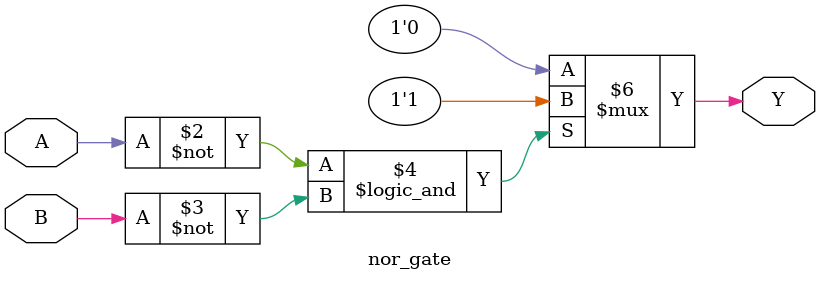
<source format=v>
module nor_gate(output reg Y, input A, input B);
always @(A or B) begin
	if(A==0 && B==0)
		Y=1;
	else
		Y=0;
end
endmodule

</source>
